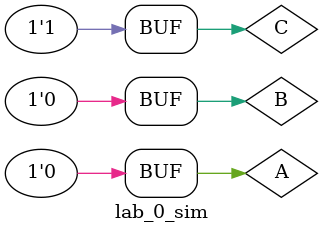
<source format=sv>
`timescale 1ns / 1ps


module lab_0_sim; //no ports to test module

    //declare inputs and outputs to give to your module
    //can be the same names as the ports of the module under test
    logic A, B, C; 
    logic Q;
    
    //Instantiate your module undertest
    lab_0 lab_0_inst (  .A(A), .B(B), .C(C), .Q(Q)  );


    //list your test cases
    initial 
        begin
        A = 0; B = 0; C = 0;
        #10
        
        A = 0; B = 0; C = 1;
        #10
       
       //add more test cases     
           
            
        $display("Finished");  
      end                                 
    
endmodule
</source>
